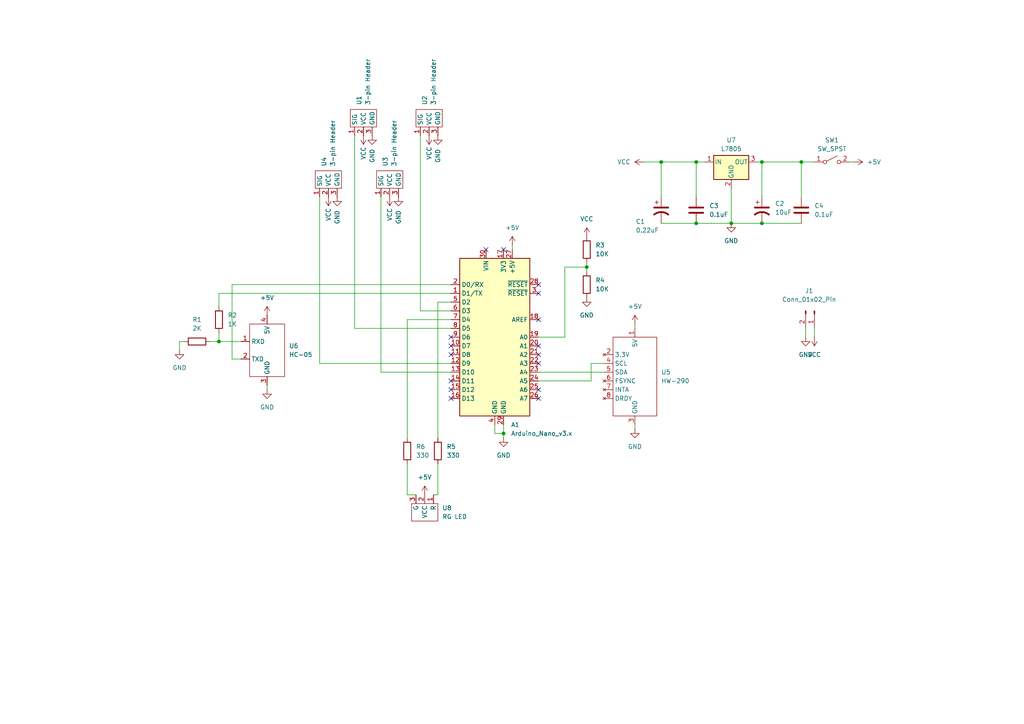
<source format=kicad_sch>
(kicad_sch (version 20250114) (generator "eeschema") (generator_version "9.0")
  (paper "A4")
  (title_block (title "Drone Project") (comment 1 "NOTE: VCC refers to the Battery"))
  (lib_symbols
    (symbol "3-pin_Header_1"
      (property "Reference" "U" (at 0 0 0))
      (property "Value" "3-pin Header" (at 9.906 0 0))
      (symbol "3-pin_Header_1_0_1"
        (rectangle (start -2.54 3.81) (end 2.54 -3.81))
      )
      (symbol "3-pin_Header_1_1_1"
        (pin input line (at -5.08 2.54 0) (length 2.54) (name "SIG") (number "1"))
        (pin power_in line (at -5.08 0 0) (length 2.54) (name "VCC") (number "2"))
        (pin power_in line (at -5.08 -2.54 0) (length 2.54) (name "GND") (number "3"))
      )
    )
    (symbol "Connector:Conn_01x02_Pin" (pin_names (offset 1.016) (hide yes))
      (property "Reference" "J" (at 0 2.54 0))
      (property "Value" "Conn_01x02_Pin" (at 0 -5.08 0))
      (symbol "Conn_01x02_Pin_1_1"
        (rectangle (start 0.8636 0.127) (end 0 -0.127) (stroke (width 0.1524)) (fill (type outline)))
        (rectangle (start 0.8636 -2.413) (end 0 -2.667) (stroke (width 0.1524)) (fill (type outline)))
        (polyline (pts (xy 1.27 0) (xy 0.8636 0)) (stroke (width 0.1524)))
        (polyline (pts (xy 1.27 -2.54) (xy 0.8636 -2.54)) (stroke (width 0.1524)))
        (pin passive line (at 5.08 0 180) (length 3.81) (name "Pin_1") (number "1"))
        (pin passive line (at 5.08 -2.54 180) (length 3.81) (name "Pin_2") (number "2"))
      )
    )
    (symbol "Device:C" (pin_numbers (hide yes)) (pin_names (offset 0.254))
      (property "Reference" "C" (at 0.635 2.54 0))
      (property "Value" "C" (at 0.635 -2.54 0))
      (symbol "C_0_1"
        (polyline (pts (xy -2.032 0.762) (xy 2.032 0.762)) (stroke (width 0.508)))
        (polyline (pts (xy -2.032 -0.762) (xy 2.032 -0.762)) (stroke (width 0.508)))
      )
      (symbol "C_1_1"
        (pin passive line (at 0 3.81 270) (length 2.794) (name "~") (number "1"))
        (pin passive line (at 0 -3.81 90) (length 2.794) (name "~") (number "2"))
      )
    )
    (symbol "Device:C_Polarized_US" (pin_numbers (hide yes)) (pin_names (offset 0.254) (hide yes))
      (property "Reference" "C" (at 0.635 2.54 0))
      (property "Value" "C_Polarized_US" (at 0.635 -2.54 0))
      (symbol "C_Polarized_US_0_1"
        (polyline (pts (xy -2.032 0.762) (xy 2.032 0.762)) (stroke (width 0.508)))
        (polyline (pts (xy -1.778 2.286) (xy -0.762 2.286)))
        (polyline (pts (xy -1.27 1.778) (xy -1.27 2.794)))
        (arc (start -2.032 -1.27) (mid 0 -0.5572) (end 2.032 -1.27) (stroke (width 0.508)))
      )
      (symbol "C_Polarized_US_1_1"
        (pin passive line (at 0 3.81 270) (length 2.794) (name "~") (number "1"))
        (pin passive line (at 0 -3.81 90) (length 3.302) (name "~") (number "2"))
      )
    )
    (symbol "Device:R" (pin_numbers (hide yes)) (pin_names (offset 0))
      (property "Reference" "R" (at 2.032 0 90))
      (property "Value" "R" (at 0 0 90))
      (symbol "R_0_1"
        (rectangle (start -1.016 -2.54) (end 1.016 2.54) (stroke (width 0.254)))
      )
      (symbol "R_1_1"
        (pin passive line (at 0 3.81 270) (length 1.27) (name "~") (number "1"))
        (pin passive line (at 0 -3.81 90) (length 1.27) (name "~") (number "2"))
      )
    )
    (symbol "MCU_Module:Arduino_Nano_v3.x"
      (property "Reference" "A" (at -10.16 23.495 0))
      (property "Value" "Arduino_Nano_v3.x" (at 5.08 -24.13 0))
      (symbol "Arduino_Nano_v3.x_0_1"
        (rectangle (start -10.16 22.86) (end 10.16 -22.86) (stroke (width 0.254)) (fill (type background)))
      )
      (symbol "Arduino_Nano_v3.x_1_1"
        (pin bidirectional line (at -12.7 15.24 0) (length 2.54) (name "D0/RX") (number "2"))
        (pin bidirectional line (at -12.7 12.7 0) (length 2.54) (name "D1/TX") (number "1"))
        (pin bidirectional line (at -12.7 10.16 0) (length 2.54) (name "D2") (number "5"))
        (pin bidirectional line (at -12.7 7.62 0) (length 2.54) (name "D3") (number "6"))
        (pin bidirectional line (at -12.7 5.08 0) (length 2.54) (name "D4") (number "7"))
        (pin bidirectional line (at -12.7 2.54 0) (length 2.54) (name "D5") (number "8"))
        (pin bidirectional line (at -12.7 0 0) (length 2.54) (name "D6") (number "9"))
        (pin bidirectional line (at -12.7 -2.54 0) (length 2.54) (name "D7") (number "10"))
        (pin bidirectional line (at -12.7 -5.08 0) (length 2.54) (name "D8") (number "11"))
        (pin bidirectional line (at -12.7 -7.62 0) (length 2.54) (name "D9") (number "12"))
        (pin bidirectional line (at -12.7 -10.16 0) (length 2.54) (name "D10") (number "13"))
        (pin bidirectional line (at -12.7 -12.7 0) (length 2.54) (name "D11") (number "14"))
        (pin bidirectional line (at -12.7 -15.24 0) (length 2.54) (name "D12") (number "15"))
        (pin bidirectional line (at -12.7 -17.78 0) (length 2.54) (name "D13") (number "16"))
        (pin power_in line (at -2.54 25.4 270) (length 2.54) (name "VIN") (number "30"))
        (pin power_in line (at 0 -25.4 90) (length 2.54) (name "GND") (number "4"))
        (pin power_out line (at 2.54 25.4 270) (length 2.54) (name "3V3") (number "17"))
        (pin power_in line (at 2.54 -25.4 90) (length 2.54) (name "GND") (number "29"))
        (pin power_out line (at 5.08 25.4 270) (length 2.54) (name "+5V") (number "27"))
        (pin input line (at 12.7 15.24 180) (length 2.54) (name "~{RESET}") (number "28"))
        (pin input line (at 12.7 12.7 180) (length 2.54) (name "~{RESET}") (number "3"))
        (pin input line (at 12.7 5.08 180) (length 2.54) (name "AREF") (number "18"))
        (pin bidirectional line (at 12.7 0 180) (length 2.54) (name "A0") (number "19"))
        (pin bidirectional line (at 12.7 -2.54 180) (length 2.54) (name "A1") (number "20"))
        (pin bidirectional line (at 12.7 -5.08 180) (length 2.54) (name "A2") (number "21"))
        (pin bidirectional line (at 12.7 -7.62 180) (length 2.54) (name "A3") (number "22"))
        (pin bidirectional line (at 12.7 -10.16 180) (length 2.54) (name "A4") (number "23"))
        (pin bidirectional line (at 12.7 -12.7 180) (length 2.54) (name "A5") (number "24"))
        (pin bidirectional line (at 12.7 -15.24 180) (length 2.54) (name "A6") (number "25"))
        (pin bidirectional line (at 12.7 -17.78 180) (length 2.54) (name "A7") (number "26"))
      )
    )
    (symbol "Regulator_Linear:L7805" (pin_names (offset 0.254))
      (property "Reference" "U" (at -3.81 3.175 0))
      (property "Value" "L7805" (at 0 3.175 0))
      (symbol "L7805_0_1"
        (rectangle (start -5.08 1.905) (end 5.08 -5.08) (stroke (width 0.254)) (fill (type background)))
      )
      (symbol "L7805_1_1"
        (pin power_in line (at -7.62 0 0) (length 2.54) (name "IN") (number "1"))
        (pin power_in line (at 0 -7.62 90) (length 2.54) (name "GND") (number "2"))
        (pin power_out line (at 7.62 0 180) (length 2.54) (name "OUT") (number "3"))
      )
    )
    (symbol "Switch:SW_SPST" (pin_names (offset 0) (hide yes))
      (property "Reference" "SW" (at 0 3.175 0))
      (property "Value" "SW_SPST" (at 0 -2.54 0))
      (symbol "SW_SPST_0_0"
        (circle (center -2.032 0) (radius 0.508))
        (polyline (pts (xy -1.524 0.254) (xy 1.524 1.778)))
        (circle (center 2.032 0) (radius 0.508))
      )
      (symbol "SW_SPST_1_1"
        (pin passive line (at -5.08 0 0) (length 2.54) (name "A") (number "1"))
        (pin passive line (at 5.08 0 180) (length 2.54) (name "B") (number "2"))
      )
    )
    (symbol "drone_project_lib:3-pin_Header"
      (property "Reference" "U" (at 0 0 0))
      (property "Value" "3-pin Header" (at 9.906 0 0))
      (symbol "3-pin_Header_0_1"
        (rectangle (start -2.54 3.81) (end 2.54 -3.81))
      )
      (symbol "3-pin_Header_1_1"
        (pin input line (at -5.08 2.54 0) (length 2.54) (name "SIG") (number "1"))
        (pin power_in line (at -5.08 0 0) (length 2.54) (name "VCC") (number "2"))
        (pin power_in line (at -5.08 -2.54 0) (length 2.54) (name "GND") (number "3"))
      )
    )
    (symbol "drone_project_lib:HC-05"
      (property "Reference" "U" (at 0 0 0))
      (property "Value" "HC-05" (at 8.89 0 0))
      (symbol "HC-05_0_1"
        (rectangle (start -5.08 7.62) (end 5.08 -7.62))
      )
      (symbol "HC-05_1_1"
        (pin bidirectional line (at -7.62 2.54 0) (length 2.54) (name "RXD") (number "1"))
        (pin bidirectional line (at -7.62 -2.54 0) (length 2.54) (name "TXD") (number "2"))
        (pin power_in line (at 0 10.16 270) (length 2.54) (name "5V") (number "4"))
        (pin power_in line (at 0 -10.16 90) (length 2.54) (name "GND") (number "3"))
      )
    )
    (symbol "drone_project_lib:HW-290"
      (property "Reference" "U" (at 0 0 0))
      (property "Value" "HW-290" (at 12.446 -0.254 0))
      (symbol "HW-290_0_1"
        (rectangle (start -6.35 12.7) (end 6.35 -10.16))
      )
      (symbol "HW-290_1_1"
        (pin no_connect line (at -8.89 7.62 0) (length 2.54) (name "3.3V") (number "2"))
        (pin input line (at -8.89 5.08 0) (length 2.54) (name "SCL") (number "4"))
        (pin bidirectional line (at -8.89 2.54 0) (length 2.54) (name "SDA") (number "5"))
        (pin no_connect line (at -8.89 0 0) (length 2.54) (name "FSYNC") (number "6"))
        (pin no_connect line (at -8.89 -2.54 0) (length 2.54) (name "INTA") (number "7"))
        (pin no_connect line (at -8.89 -5.08 0) (length 2.54) (name "DRDY") (number "8"))
        (pin power_in line (at 0 15.24 270) (length 2.54) (name "5V") (number "1"))
        (pin power_in line (at 0 -12.7 90) (length 2.54) (name "GND") (number "3"))
      )
    )
    (symbol "drone_project_lib:RB_LED"
      (property "Reference" "U" (at 0 0 0))
      (property "Value" "RG LED" (at 0.254 -5.334 0))
      (symbol "RB_LED_0_1"
        (rectangle (start -2.54 3.81) (end 2.54 -3.81))
      )
      (symbol "RB_LED_1_1"
        (pin input line (at -5.08 2.54 0) (length 2.54) (name "R") (number "1"))
        (pin power_in line (at -5.08 0 0) (length 2.54) (name "VCC") (number "2"))
        (pin input line (at -5.08 -2.54 0) (length 2.54) (name "G") (number "3"))
      )
    )
    (symbol "power:+5V" (power) (pin_numbers (hide yes)) (pin_names (offset 0) (hide yes))
      (property "Value" "+5V" (at 0 3.556 0))
      (symbol "+5V_0_1"
        (polyline (pts (xy -0.762 1.27) (xy 0 2.54)))
        (polyline (pts (xy 0 2.54) (xy 0.762 1.27)))
        (polyline (pts (xy 0 0) (xy 0 2.54)))
      )
      (symbol "+5V_1_1"
        (pin power_in line (at 0 0 90) (length 0) (name "~") (number "1"))
      )
    )
    (symbol "power:GND" (power) (pin_numbers (hide yes)) (pin_names (offset 0) (hide yes))
      (property "Value" "GND" (at 0 -3.81 0))
      (symbol "GND_0_1"
        (polyline (pts (xy 0 0) (xy 0 -1.27) (xy 1.27 -1.27) (xy 0 -2.54) (xy -1.27 -1.27) (xy 0 -1.27)))
      )
      (symbol "GND_1_1"
        (pin power_in line (at 0 0 270) (length 0) (name "~") (number "1"))
      )
    )
    (symbol "power:VCC" (power) (pin_numbers (hide yes)) (pin_names (offset 0) (hide yes))
      (property "Value" "VCC" (at 0 3.556 0))
      (symbol "VCC_0_1"
        (polyline (pts (xy -0.762 1.27) (xy 0 2.54)))
        (polyline (pts (xy 0 2.54) (xy 0.762 1.27)))
        (polyline (pts (xy 0 0) (xy 0 2.54)))
      )
      (symbol "VCC_1_1"
        (pin power_in line (at 0 0 90) (length 0) (name "~") (number "1"))
      )
    )
  )
  (junction (at 170.18 77.47))
  (junction (at 201.93 46.99))
  (junction (at 201.93 64.77))
  (junction (at 191.77 46.99))
  (junction (at 146.05 125.73))
  (junction (at 220.98 64.77))
  (junction (at 232.41 46.99))
  (junction (at 220.98 46.99))
  (junction (at 63.5 99.06))
  (junction (at 212.09 64.77))
  (no_connect (at 146.05 72.39))
  (no_connect (at 156.21 92.71))
  (no_connect (at 140.97 72.39))
  (no_connect (at 156.21 100.33))
  (no_connect (at 156.21 82.55))
  (no_connect (at 130.81 115.57))
  (no_connect (at 156.21 115.57))
  (no_connect (at 156.21 113.03))
  (no_connect (at 130.81 100.33))
  (no_connect (at 130.81 113.03))
  (no_connect (at 130.81 110.49))
  (no_connect (at 156.21 105.41))
  (no_connect (at 130.81 102.87))
  (no_connect (at 156.21 102.87))
  (no_connect (at 156.21 85.09))
  (no_connect (at 130.81 97.79))
  (wire (pts (xy 220.98 46.99) (xy 232.41 46.99)))
  (wire (pts (xy 127 87.63) (xy 130.81 87.63)))
  (wire (pts (xy 232.41 46.99) (xy 232.41 57.15)))
  (wire (pts (xy 118.11 143.51) (xy 120.65 143.51)))
  (wire (pts (xy 143.51 125.73) (xy 146.05 125.73)))
  (wire (pts (xy 130.81 95.25) (xy 102.87 95.25)))
  (wire (pts (xy 127 143.51) (xy 125.73 143.51)))
  (wire (pts (xy 77.47 111.76) (xy 77.47 113.03)))
  (wire (pts (xy 232.41 46.99) (xy 236.22 46.99)))
  (wire (pts (xy 52.07 99.06) (xy 52.07 101.6)))
  (wire (pts (xy 63.5 96.52) (xy 63.5 99.06)))
  (wire (pts (xy 146.05 125.73) (xy 146.05 127)))
  (wire (pts (xy 175.26 105.41) (xy 171.45 105.41)))
  (wire (pts (xy 220.98 46.99) (xy 220.98 57.15)))
  (wire (pts (xy 163.83 97.79) (xy 156.21 97.79)))
  (wire (pts (xy 102.87 95.25) (xy 102.87 39.37)))
  (wire (pts (xy 184.15 123.19) (xy 184.15 124.46)))
  (wire (pts (xy 67.31 104.14) (xy 67.31 82.55)))
  (wire (pts (xy 127 87.63) (xy 127 127)))
  (wire (pts (xy 212.09 64.77) (xy 220.98 64.77)))
  (wire (pts (xy 63.5 85.09) (xy 130.81 85.09)))
  (wire (pts (xy 110.49 107.95) (xy 110.49 57.15)))
  (wire (pts (xy 148.59 71.12) (xy 148.59 72.39)))
  (wire (pts (xy 201.93 46.99) (xy 204.47 46.99)))
  (wire (pts (xy 127 134.62) (xy 127 143.51)))
  (wire (pts (xy 170.18 77.47) (xy 170.18 78.74)))
  (wire (pts (xy 246.38 46.99) (xy 247.65 46.99)))
  (wire (pts (xy 67.31 82.55) (xy 130.81 82.55)))
  (wire (pts (xy 118.11 92.71) (xy 130.81 92.71)))
  (wire (pts (xy 233.68 95.25) (xy 233.68 97.79)))
  (wire (pts (xy 201.93 46.99) (xy 201.93 57.15)))
  (wire (pts (xy 130.81 90.17) (xy 121.92 90.17)))
  (wire (pts (xy 60.96 99.06) (xy 63.5 99.06)))
  (wire (pts (xy 63.5 85.09) (xy 63.5 88.9)))
  (wire (pts (xy 170.18 77.47) (xy 163.83 77.47)))
  (wire (pts (xy 220.98 64.77) (xy 232.41 64.77)))
  (wire (pts (xy 170.18 76.2) (xy 170.18 77.47)))
  (wire (pts (xy 191.77 46.99) (xy 201.93 46.99)))
  (wire (pts (xy 191.77 64.77) (xy 201.93 64.77)))
  (wire (pts (xy 171.45 110.49) (xy 156.21 110.49)))
  (wire (pts (xy 212.09 54.61) (xy 212.09 64.77)))
  (wire (pts (xy 171.45 105.41) (xy 171.45 110.49)))
  (wire (pts (xy 236.22 95.25) (xy 236.22 97.79)))
  (wire (pts (xy 143.51 123.19) (xy 143.51 125.73)))
  (wire (pts (xy 130.81 107.95) (xy 110.49 107.95)))
  (wire (pts (xy 219.71 46.99) (xy 220.98 46.99)))
  (wire (pts (xy 63.5 99.06) (xy 69.85 99.06)))
  (wire (pts (xy 118.11 134.62) (xy 118.11 143.51)))
  (wire (pts (xy 156.21 107.95) (xy 175.26 107.95)))
  (wire (pts (xy 163.83 77.47) (xy 163.83 97.79)))
  (wire (pts (xy 53.34 99.06) (xy 52.07 99.06)))
  (wire (pts (xy 69.85 104.14) (xy 67.31 104.14)))
  (wire (pts (xy 191.77 57.15) (xy 191.77 46.99)))
  (wire (pts (xy 121.92 90.17) (xy 121.92 39.37)))
  (wire (pts (xy 212.09 64.77) (xy 201.93 64.77)))
  (wire (pts (xy 130.81 105.41) (xy 92.71 105.41)))
  (wire (pts (xy 92.71 105.41) (xy 92.71 57.15)))
  (wire (pts (xy 146.05 123.19) (xy 146.05 125.73)))
  (wire (pts (xy 186.69 46.99) (xy 191.77 46.99)))
  (wire (pts (xy 118.11 92.71) (xy 118.11 127)))
  (wire (pts (xy 184.15 93.98) (xy 184.15 95.25)))
  (symbol (lib_id "MCU_Module:Arduino_Nano_v3.x") (at 143.51 97.79 0) (unit 1)
    (property "Reference" "A1" (at 148.1933 123.19 0) (effects (justify left)))
    (property "Value" "Arduino_Nano_v3.x" (at 148.1933 125.73 0) (effects (justify left)))
    (property "Footprint" "Module:Arduino_Nano" (effects (hide yes)))
    (property "Datasheet" "http://www.mouser.com/pdfdocs/Gravitech_Arduino_Nano3_0.pdf" (effects (hide yes)))
    (property "Description" "Arduino Nano v3.x" (effects (hide yes)))
  )
  (symbol (lib_id "power:VCC") (at 186.69 46.99 90) (unit 1)
    (property "Reference" "#PWR018" (effects (hide yes)))
    (property "Value" "VCC" (at 182.88 46.9899 90) (effects (justify left)))
    (property "Description" "Power symbol creates a global label with name \"VCC\"" (effects (hide yes)))
  )
  (symbol (lib_id "power:GND") (at 127 39.37 0) (unit 1)
    (property "Reference" "#PWR010" (effects (hide yes)))
    (property "Value" "GND" (at 126.9999 43.18 90) (effects (justify right)))
    (property "Description" "Power symbol creates a global label with name \"GND\" , ground" (effects (hide yes)))
  )
  (symbol (lib_id "Device:C") (at 201.93 60.96 0) (unit 1)
    (property "Reference" "C3" (at 205.74 59.6899 0) (effects (justify left)))
    (property "Value" "0.1uF" (at 205.74 62.2299 0) (effects (justify left)))
    (property "Footprint" "Capacitor_THT:C_Disc_D3.0mm_W1.6mm_P2.50mm" (effects (hide yes)))
    (property "Description" "Unpolarized capacitor" (effects (hide yes)))
  )
  (symbol (lib_id "power:+5V") (at 184.15 93.98 0) (unit 1)
    (property "Reference" "#PWR08" (effects (hide yes)))
    (property "Value" "+5V" (at 184.15 88.9 0))
    (property "Description" "Power symbol creates a global label with name \"+5V\"" (effects (hide yes)))
  )
  (symbol (lib_id "drone_project_lib:3-pin_Header") (at 95.25 52.07 90) (unit 1)
    (property "Reference" "U4" (at 93.9799 48.26 0) (effects (justify left)))
    (property "Value" "3-pin Header" (at 96.5199 48.26 0) (effects (justify left)))
    (property "Footprint" "Connector_PinHeader_2.54mm:PinHeader_1x03_P2.54mm_Vertical" (effects (hide yes)))
  )
  (symbol (lib_id "power:GND") (at 212.09 64.77 0) (unit 1)
    (property "Reference" "#PWR017" (effects (hide yes)))
    (property "Value" "GND" (at 212.09 69.85 0))
    (property "Description" "Power symbol creates a global label with name \"GND\" , ground" (effects (hide yes)))
  )
  (symbol (lib_id "drone_project_lib:HW-290") (at 184.15 110.49 0) (unit 1)
    (property "Reference" "U5" (at 191.77 107.9499 0) (effects (justify left)))
    (property "Value" "HW-290" (at 191.77 110.4899 0) (effects (justify left)))
    (property "Footprint" "drone_pcb_footprints:HW-290" (effects (hide yes)))
  )
  (symbol (lib_id "power:GND") (at 107.95 39.37 0) (unit 1)
    (property "Reference" "#PWR012" (effects (hide yes)))
    (property "Value" "GND" (at 107.9499 43.18 90) (effects (justify right)))
    (property "Description" "Power symbol creates a global label with name \"GND\" , ground" (effects (hide yes)))
  )
  (symbol (lib_id "Regulator_Linear:L7805") (at 212.09 46.99 0) (unit 1)
    (property "Reference" "U7" (at 212.09 40.64 0))
    (property "Value" "L7805" (at 212.09 43.18 0))
    (property "Footprint" "Package_TO_SOT_THT:TO-220-3_Vertical" (effects (hide yes)))
    (property "Datasheet" "http://www.st.com/content/ccc/resource/technical/document/datasheet/41/4f/b3/b0/12/d4/47/88/CD00000444.pdf/files/CD00000444.pdf/jcr:content/translations/en.CD00000444.pdf" (effects (hide yes)))
    (property "Description" "Positive 1.5A 35V Linear Regulator, Fixed Output 5V, TO-220/TO-263/TO-252" (effects (hide yes)))
  )
  (symbol (lib_name "3-pin_Header_1") (lib_id "drone_project_lib:3-pin_Header") (at 124.46 34.29 90) (unit 1)
    (property "Reference" "U2" (at 123.1899 30.48 0) (effects (justify left)))
    (property "Value" "3-pin Header" (at 125.7299 30.48 0) (effects (justify left)))
    (property "Footprint" "Connector_PinHeader_2.54mm:PinHeader_1x03_P2.54mm_Vertical" (effects (hide yes)))
  )
  (symbol (lib_id "drone_project_lib:3-pin_Header") (at 105.41 34.29 90) (unit 1)
    (property "Reference" "U1" (at 104.1399 30.48 0) (effects (justify left)))
    (property "Value" "3-pin Header" (at 106.6799 30.48 0) (effects (justify left)))
    (property "Footprint" "Connector_PinHeader_2.54mm:PinHeader_1x03_P2.54mm_Vertical" (effects (hide yes)))
  )
  (symbol (lib_id "Device:R") (at 118.11 130.81 0) (unit 1)
    (property "Reference" "R6" (at 120.65 129.5399 0) (effects (justify left)))
    (property "Value" "330" (at 120.65 132.0799 0) (effects (justify left)))
    (property "Footprint" "Resistor_THT:R_Axial_DIN0207_L6.3mm_D2.5mm_P7.62mm_Horizontal" (effects (hide yes)))
    (property "Description" "Resistor" (effects (hide yes)))
  )
  (symbol (lib_id "power:+5V") (at 77.47 91.44 0) (unit 1)
    (property "Reference" "#PWR07" (effects (hide yes)))
    (property "Value" "+5V" (at 77.47 86.36 0))
    (property "Description" "Power symbol creates a global label with name \"+5V\"" (effects (hide yes)))
  )
  (symbol (lib_id "power:GND") (at 97.79 57.15 0) (unit 1)
    (property "Reference" "#PWR013" (effects (hide yes)))
    (property "Value" "GND" (at 97.7899 60.96 90) (effects (justify right)))
    (property "Description" "Power symbol creates a global label with name \"GND\" , ground" (effects (hide yes)))
  )
  (symbol (lib_id "power:VCC") (at 236.22 97.79 180) (unit 1)
    (property "Reference" "#PWR019" (effects (hide yes)))
    (property "Value" "VCC" (at 236.22 102.87 0))
    (property "Description" "Power symbol creates a global label with name \"VCC\"" (effects (hide yes)))
  )
  (symbol (lib_id "drone_project_lib:HC-05") (at 77.47 101.6 0) (unit 1)
    (property "Reference" "U6" (at 83.82 100.3299 0) (effects (justify left)))
    (property "Value" "HC-05" (at 83.82 102.8699 0) (effects (justify left)))
    (property "Footprint" "drone_pcb_footprints:HC-05" (effects (hide yes)))
  )
  (symbol (lib_id "Connector:Conn_01x02_Pin") (at 236.22 90.17 270) (unit 1)
    (property "Reference" "J1" (at 234.696 84.328 90))
    (property "Value" "Conn_01x02_Pin" (at 234.696 86.868 90))
    (property "Footprint" "Connector_PinHeader_2.54mm:PinHeader_1x02_P2.54mm_Vertical" (effects (hide yes)))
    (property "Description" "Generic connector, single row, 01x02, script generated" (effects (hide yes)))
  )
  (symbol (lib_id "Device:C_Polarized_US") (at 220.98 60.96 0) (unit 1)
    (property "Reference" "C2" (at 224.79 59.0549 0) (effects (justify left)))
    (property "Value" "10uF" (at 224.79 61.5949 0) (effects (justify left)))
    (property "Footprint" "Capacitor_THT:CP_Radial_D5.0mm_P2.50mm" (effects (hide yes)))
    (property "Description" "Polarized capacitor, US symbol" (effects (hide yes)))
  )
  (symbol (lib_id "power:GND") (at 115.57 57.15 0) (unit 1)
    (property "Reference" "#PWR011" (effects (hide yes)))
    (property "Value" "GND" (at 115.5699 60.96 90) (effects (justify right)))
    (property "Description" "Power symbol creates a global label with name \"GND\" , ground" (effects (hide yes)))
  )
  (symbol (lib_id "drone_project_lib:3-pin_Header") (at 113.03 52.07 90) (unit 1)
    (property "Reference" "U3" (at 111.7599 48.26 0) (effects (justify left)))
    (property "Value" "3-pin Header" (at 114.2999 48.26 0) (effects (justify left)))
    (property "Footprint" "Connector_PinHeader_2.54mm:PinHeader_1x03_P2.54mm_Vertical" (effects (hide yes)))
  )
  (symbol (lib_id "Device:R") (at 63.5 92.71 0) (unit 1)
    (property "Reference" "R2" (at 66.04 91.4399 0) (effects (justify left)))
    (property "Value" "1K" (at 66.04 93.9799 0) (effects (justify left)))
    (property "Footprint" "Resistor_THT:R_Axial_DIN0207_L6.3mm_D2.5mm_P7.62mm_Horizontal" (effects (hide yes)))
    (property "Description" "Resistor" (effects (hide yes)))
  )
  (symbol (lib_id "power:VCC") (at 113.03 57.15 180) (unit 1)
    (property "Reference" "#PWR03" (effects (hide yes)))
    (property "Value" "VCC" (at 113.03 62.23 90))
    (property "Description" "Power symbol creates a global label with name \"VCC\"" (effects (hide yes)))
  )
  (symbol (lib_id "Device:C_Polarized_US") (at 191.77 60.96 0) (unit 1)
    (property "Reference" "C1" (at 184.404 64.262 0) (effects (justify left)))
    (property "Value" "0.22uF" (at 184.404 66.802 0) (effects (justify left)))
    (property "Footprint" "Capacitor_THT:CP_Radial_D5.0mm_P2.50mm" (effects (hide yes)))
    (property "Description" "Polarized capacitor, US symbol" (effects (hide yes)))
  )
  (symbol (lib_id "power:+5V") (at 123.19 143.51 0) (unit 1)
    (property "Reference" "#PWR023" (effects (hide yes)))
    (property "Value" "+5V" (at 123.19 138.43 0))
    (property "Description" "Power symbol creates a global label with name \"+5V\"" (effects (hide yes)))
  )
  (symbol (lib_id "drone_project_lib:RB_LED") (at 123.19 148.59 270) (unit 1)
    (property "Reference" "U8" (at 128.27 147.3199 90) (effects (justify left)))
    (property "Value" "RG LED" (at 128.27 149.8599 90) (effects (justify left)))
    (property "Footprint" "Connector_PinHeader_2.54mm:PinHeader_1x03_P2.54mm_Vertical" (effects (hide yes)))
  )
  (symbol (lib_id "power:VCC") (at 105.41 39.37 180) (unit 1)
    (property "Reference" "#PWR05" (effects (hide yes)))
    (property "Value" "VCC" (at 105.41 44.45 90))
    (property "Description" "Power symbol creates a global label with name \"VCC\"" (effects (hide yes)))
  )
  (symbol (lib_id "Device:R") (at 170.18 72.39 180) (unit 1)
    (property "Reference" "R3" (at 172.72 71.1199 0) (effects (justify right)))
    (property "Value" "10K" (at 172.72 73.6599 0) (effects (justify right)))
    (property "Footprint" "Resistor_THT:R_Axial_DIN0207_L6.3mm_D2.5mm_P7.62mm_Horizontal" (effects (hide yes)))
    (property "Description" "Resistor" (effects (hide yes)))
  )
  (symbol (lib_id "power:VCC") (at 124.46 39.37 180) (unit 1)
    (property "Reference" "#PWR04" (effects (hide yes)))
    (property "Value" "VCC" (at 124.46 44.45 90))
    (property "Description" "Power symbol creates a global label with name \"VCC\"" (effects (hide yes)))
  )
  (symbol (lib_id "Device:R") (at 127 130.81 0) (unit 1)
    (property "Reference" "R5" (at 129.54 129.5399 0) (effects (justify left)))
    (property "Value" "330" (at 129.54 132.0799 0) (effects (justify left)))
    (property "Footprint" "Resistor_THT:R_Axial_DIN0207_L6.3mm_D2.5mm_P7.62mm_Horizontal" (effects (hide yes)))
    (property "Description" "Resistor" (effects (hide yes)))
  )
  (symbol (lib_id "Device:R") (at 57.15 99.06 90) (unit 1)
    (property "Reference" "R1" (at 57.15 92.71 90))
    (property "Value" "2K" (at 57.15 95.25 90))
    (property "Footprint" "Resistor_THT:R_Axial_DIN0207_L6.3mm_D2.5mm_P7.62mm_Horizontal" (effects (hide yes)))
    (property "Description" "Resistor" (effects (hide yes)))
  )
  (symbol (lib_id "Device:C") (at 232.41 60.96 0) (unit 1)
    (property "Reference" "C4" (at 236.22 59.6899 0) (effects (justify left)))
    (property "Value" "0.1uF" (at 236.22 62.2299 0) (effects (justify left)))
    (property "Footprint" "Capacitor_THT:C_Disc_D3.0mm_W1.6mm_P2.50mm" (effects (hide yes)))
    (property "Description" "Unpolarized capacitor" (effects (hide yes)))
  )
  (symbol (lib_id "power:GND") (at 170.18 86.36 0) (unit 1)
    (property "Reference" "#PWR021" (effects (hide yes)))
    (property "Value" "GND" (at 170.18 91.44 0))
    (property "Description" "Power symbol creates a global label with name \"GND\" , ground" (effects (hide yes)))
  )
  (symbol (lib_id "power:VCC") (at 170.18 68.58 0) (unit 1)
    (property "Reference" "#PWR022" (effects (hide yes)))
    (property "Value" "VCC" (at 170.18 63.5 0))
    (property "Description" "Power symbol creates a global label with name \"VCC\"" (effects (hide yes)))
  )
  (symbol (lib_id "power:GND") (at 233.68 97.79 0) (unit 1)
    (property "Reference" "#PWR020" (effects (hide yes)))
    (property "Value" "GND" (at 233.68 102.87 0))
    (property "Description" "Power symbol creates a global label with name \"GND\" , ground" (effects (hide yes)))
  )
  (symbol (lib_id "power:VCC") (at 95.25 57.15 180) (unit 1)
    (property "Reference" "#PWR06" (effects (hide yes)))
    (property "Value" "VCC" (at 95.25 62.23 90))
    (property "Description" "Power symbol creates a global label with name \"VCC\"" (effects (hide yes)))
  )
  (symbol (lib_id "power:+5V") (at 247.65 46.99 270) (unit 1)
    (property "Reference" "#PWR016" (effects (hide yes)))
    (property "Value" "+5V" (at 251.46 46.9899 90) (effects (justify left)))
    (property "Description" "Power symbol creates a global label with name \"+5V\"" (effects (hide yes)))
  )
  (symbol (lib_id "power:GND") (at 184.15 124.46 0) (unit 1)
    (property "Reference" "#PWR014" (effects (hide yes)))
    (property "Value" "GND" (at 184.15 129.54 0))
    (property "Description" "Power symbol creates a global label with name \"GND\" , ground" (effects (hide yes)))
  )
  (symbol (lib_id "Switch:SW_SPST") (at 241.3 46.99 0) (unit 1)
    (property "Reference" "SW1" (at 241.3 40.64 0))
    (property "Value" "SW_SPST" (at 241.3 43.18 0))
    (property "Footprint" "drone_pcb_footprints:SW_reg5v" (effects (hide yes)))
    (property "Description" "Single Pole Single Throw (SPST) switch" (effects (hide yes)))
  )
  (symbol (lib_id "power:GND") (at 52.07 101.6 0) (unit 1)
    (property "Reference" "#PWR015" (effects (hide yes)))
    (property "Value" "GND" (at 52.07 106.68 0))
    (property "Description" "Power symbol creates a global label with name \"GND\" , ground" (effects (hide yes)))
  )
  (symbol (lib_id "power:GND") (at 77.47 113.03 0) (unit 1)
    (property "Reference" "#PWR09" (effects (hide yes)))
    (property "Value" "GND" (at 77.47 118.11 0))
    (property "Description" "Power symbol creates a global label with name \"GND\" , ground" (effects (hide yes)))
  )
  (symbol (lib_id "power:+5V") (at 148.59 71.12 0) (unit 1)
    (property "Reference" "#PWR02" (effects (hide yes)))
    (property "Value" "+5V" (at 148.59 66.04 0))
    (property "Description" "Power symbol creates a global label with name \"+5V\"" (effects (hide yes)))
  )
  (symbol (lib_id "Device:R") (at 170.18 82.55 0) (unit 1)
    (property "Reference" "R4" (at 172.72 81.2799 0) (effects (justify left)))
    (property "Value" "10K" (at 172.72 83.8199 0) (effects (justify left)))
    (property "Footprint" "Resistor_THT:R_Axial_DIN0207_L6.3mm_D2.5mm_P7.62mm_Horizontal" (effects (hide yes)))
    (property "Description" "Resistor" (effects (hide yes)))
  )
  (symbol (lib_id "power:GND") (at 146.05 127 0) (unit 1)
    (property "Reference" "#PWR01" (effects (hide yes)))
    (property "Value" "GND" (at 146.05 132.08 0))
    (property "Description" "Power symbol creates a global label with name \"GND\" , ground" (effects (hide yes)))
  )
)
</source>
